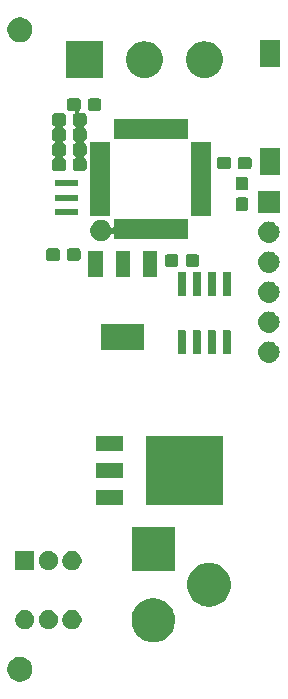
<source format=gbr>
G04 #@! TF.GenerationSoftware,KiCad,Pcbnew,5.1.4*
G04 #@! TF.CreationDate,2019-09-01T18:38:05+02:00*
G04 #@! TF.ProjectId,blueled,626c7565-6c65-4642-9e6b-696361645f70,rev?*
G04 #@! TF.SameCoordinates,Original*
G04 #@! TF.FileFunction,Soldermask,Top*
G04 #@! TF.FilePolarity,Negative*
%FSLAX46Y46*%
G04 Gerber Fmt 4.6, Leading zero omitted, Abs format (unit mm)*
G04 Created by KiCad (PCBNEW 5.1.4) date 2019-09-01 18:38:05*
%MOMM*%
%LPD*%
G04 APERTURE LIST*
%ADD10C,0.100000*%
G04 APERTURE END LIST*
D10*
G36*
X142673564Y-154754889D02*
G01*
X142864833Y-154834115D01*
X142864835Y-154834116D01*
X143036973Y-154949135D01*
X143183365Y-155095527D01*
X143298385Y-155267667D01*
X143377611Y-155458936D01*
X143418000Y-155661984D01*
X143418000Y-155869016D01*
X143377611Y-156072064D01*
X143298385Y-156263333D01*
X143298384Y-156263335D01*
X143183365Y-156435473D01*
X143036973Y-156581865D01*
X142864835Y-156696884D01*
X142864834Y-156696885D01*
X142864833Y-156696885D01*
X142673564Y-156776111D01*
X142470516Y-156816500D01*
X142263484Y-156816500D01*
X142060436Y-156776111D01*
X141869167Y-156696885D01*
X141869166Y-156696885D01*
X141869165Y-156696884D01*
X141697027Y-156581865D01*
X141550635Y-156435473D01*
X141435616Y-156263335D01*
X141435615Y-156263333D01*
X141356389Y-156072064D01*
X141316000Y-155869016D01*
X141316000Y-155661984D01*
X141356389Y-155458936D01*
X141435615Y-155267667D01*
X141550635Y-155095527D01*
X141697027Y-154949135D01*
X141869165Y-154834116D01*
X141869167Y-154834115D01*
X142060436Y-154754889D01*
X142263484Y-154714500D01*
X142470516Y-154714500D01*
X142673564Y-154754889D01*
X142673564Y-154754889D01*
G37*
G36*
X154007869Y-149785443D02*
G01*
X154209917Y-149825633D01*
X154349448Y-149883429D01*
X154546776Y-149965164D01*
X154849943Y-150167734D01*
X155107766Y-150425557D01*
X155310336Y-150728724D01*
X155355404Y-150837529D01*
X155449867Y-151065583D01*
X155471214Y-151172900D01*
X155500645Y-151320858D01*
X155521000Y-151423192D01*
X155521000Y-151787808D01*
X155449867Y-152145417D01*
X155431607Y-152189501D01*
X155310336Y-152482276D01*
X155107766Y-152785443D01*
X154849943Y-153043266D01*
X154546776Y-153245836D01*
X154349448Y-153327571D01*
X154209917Y-153385367D01*
X154031112Y-153420934D01*
X153852309Y-153456500D01*
X153487691Y-153456500D01*
X153308888Y-153420934D01*
X153130083Y-153385367D01*
X152990552Y-153327571D01*
X152793224Y-153245836D01*
X152490057Y-153043266D01*
X152232234Y-152785443D01*
X152029664Y-152482276D01*
X151908393Y-152189501D01*
X151890133Y-152145417D01*
X151819000Y-151787808D01*
X151819000Y-151423192D01*
X151839356Y-151320858D01*
X151868786Y-151172900D01*
X151890133Y-151065583D01*
X151984596Y-150837529D01*
X152029664Y-150728724D01*
X152232234Y-150425557D01*
X152490057Y-150167734D01*
X152793224Y-149965164D01*
X152990552Y-149883429D01*
X153130083Y-149825633D01*
X153332131Y-149785443D01*
X153487691Y-149754500D01*
X153852309Y-149754500D01*
X154007869Y-149785443D01*
X154007869Y-149785443D01*
G37*
G36*
X145017142Y-150776242D02*
G01*
X145165101Y-150837529D01*
X145298255Y-150926499D01*
X145411501Y-151039745D01*
X145500471Y-151172899D01*
X145561758Y-151320858D01*
X145593000Y-151477925D01*
X145593000Y-151638075D01*
X145561758Y-151795142D01*
X145500471Y-151943101D01*
X145411501Y-152076255D01*
X145298255Y-152189501D01*
X145165101Y-152278471D01*
X145017142Y-152339758D01*
X144860075Y-152371000D01*
X144699925Y-152371000D01*
X144542858Y-152339758D01*
X144394899Y-152278471D01*
X144261745Y-152189501D01*
X144148499Y-152076255D01*
X144059529Y-151943101D01*
X143998242Y-151795142D01*
X143967000Y-151638075D01*
X143967000Y-151477925D01*
X143998242Y-151320858D01*
X144059529Y-151172899D01*
X144148499Y-151039745D01*
X144261745Y-150926499D01*
X144394899Y-150837529D01*
X144542858Y-150776242D01*
X144699925Y-150745000D01*
X144860075Y-150745000D01*
X145017142Y-150776242D01*
X145017142Y-150776242D01*
G37*
G36*
X147017142Y-150776242D02*
G01*
X147165101Y-150837529D01*
X147298255Y-150926499D01*
X147411501Y-151039745D01*
X147500471Y-151172899D01*
X147561758Y-151320858D01*
X147593000Y-151477925D01*
X147593000Y-151638075D01*
X147561758Y-151795142D01*
X147500471Y-151943101D01*
X147411501Y-152076255D01*
X147298255Y-152189501D01*
X147165101Y-152278471D01*
X147017142Y-152339758D01*
X146860075Y-152371000D01*
X146699925Y-152371000D01*
X146542858Y-152339758D01*
X146394899Y-152278471D01*
X146261745Y-152189501D01*
X146148499Y-152076255D01*
X146059529Y-151943101D01*
X145998242Y-151795142D01*
X145967000Y-151638075D01*
X145967000Y-151477925D01*
X145998242Y-151320858D01*
X146059529Y-151172899D01*
X146148499Y-151039745D01*
X146261745Y-150926499D01*
X146394899Y-150837529D01*
X146542858Y-150776242D01*
X146699925Y-150745000D01*
X146860075Y-150745000D01*
X147017142Y-150776242D01*
X147017142Y-150776242D01*
G37*
G36*
X143017142Y-150776242D02*
G01*
X143165101Y-150837529D01*
X143298255Y-150926499D01*
X143411501Y-151039745D01*
X143500471Y-151172899D01*
X143561758Y-151320858D01*
X143593000Y-151477925D01*
X143593000Y-151638075D01*
X143561758Y-151795142D01*
X143500471Y-151943101D01*
X143411501Y-152076255D01*
X143298255Y-152189501D01*
X143165101Y-152278471D01*
X143017142Y-152339758D01*
X142860075Y-152371000D01*
X142699925Y-152371000D01*
X142542858Y-152339758D01*
X142394899Y-152278471D01*
X142261745Y-152189501D01*
X142148499Y-152076255D01*
X142059529Y-151943101D01*
X141998242Y-151795142D01*
X141967000Y-151638075D01*
X141967000Y-151477925D01*
X141998242Y-151320858D01*
X142059529Y-151172899D01*
X142148499Y-151039745D01*
X142261745Y-150926499D01*
X142394899Y-150837529D01*
X142542858Y-150776242D01*
X142699925Y-150745000D01*
X142860075Y-150745000D01*
X143017142Y-150776242D01*
X143017142Y-150776242D01*
G37*
G36*
X158731113Y-146790067D02*
G01*
X158909917Y-146825633D01*
X159049448Y-146883429D01*
X159246776Y-146965164D01*
X159549943Y-147167734D01*
X159807766Y-147425557D01*
X160010336Y-147728724D01*
X160149867Y-148065584D01*
X160221000Y-148423191D01*
X160221000Y-148787809D01*
X160149867Y-149145416D01*
X160010336Y-149482276D01*
X159807766Y-149785443D01*
X159549943Y-150043266D01*
X159246776Y-150245836D01*
X159049448Y-150327571D01*
X158909917Y-150385367D01*
X158731112Y-150420934D01*
X158552309Y-150456500D01*
X158187691Y-150456500D01*
X158008888Y-150420934D01*
X157830083Y-150385367D01*
X157690552Y-150327571D01*
X157493224Y-150245836D01*
X157190057Y-150043266D01*
X156932234Y-149785443D01*
X156729664Y-149482276D01*
X156590133Y-149145416D01*
X156519000Y-148787809D01*
X156519000Y-148423191D01*
X156590133Y-148065584D01*
X156729664Y-147728724D01*
X156932234Y-147425557D01*
X157190057Y-147167734D01*
X157493224Y-146965164D01*
X157690552Y-146883429D01*
X157830083Y-146825633D01*
X158008887Y-146790067D01*
X158187691Y-146754500D01*
X158552309Y-146754500D01*
X158731113Y-146790067D01*
X158731113Y-146790067D01*
G37*
G36*
X155521000Y-147456500D02*
G01*
X151819000Y-147456500D01*
X151819000Y-143754500D01*
X155521000Y-143754500D01*
X155521000Y-147456500D01*
X155521000Y-147456500D01*
G37*
G36*
X147017142Y-145776242D02*
G01*
X147165101Y-145837529D01*
X147298255Y-145926499D01*
X147411501Y-146039745D01*
X147500471Y-146172899D01*
X147561758Y-146320858D01*
X147593000Y-146477925D01*
X147593000Y-146638075D01*
X147561758Y-146795142D01*
X147500471Y-146943101D01*
X147411501Y-147076255D01*
X147298255Y-147189501D01*
X147165101Y-147278471D01*
X147017142Y-147339758D01*
X146860075Y-147371000D01*
X146699925Y-147371000D01*
X146542858Y-147339758D01*
X146394899Y-147278471D01*
X146261745Y-147189501D01*
X146148499Y-147076255D01*
X146059529Y-146943101D01*
X145998242Y-146795142D01*
X145967000Y-146638075D01*
X145967000Y-146477925D01*
X145998242Y-146320858D01*
X146059529Y-146172899D01*
X146148499Y-146039745D01*
X146261745Y-145926499D01*
X146394899Y-145837529D01*
X146542858Y-145776242D01*
X146699925Y-145745000D01*
X146860075Y-145745000D01*
X147017142Y-145776242D01*
X147017142Y-145776242D01*
G37*
G36*
X143593000Y-147371000D02*
G01*
X141967000Y-147371000D01*
X141967000Y-145745000D01*
X143593000Y-145745000D01*
X143593000Y-147371000D01*
X143593000Y-147371000D01*
G37*
G36*
X145017142Y-145776242D02*
G01*
X145165101Y-145837529D01*
X145298255Y-145926499D01*
X145411501Y-146039745D01*
X145500471Y-146172899D01*
X145561758Y-146320858D01*
X145593000Y-146477925D01*
X145593000Y-146638075D01*
X145561758Y-146795142D01*
X145500471Y-146943101D01*
X145411501Y-147076255D01*
X145298255Y-147189501D01*
X145165101Y-147278471D01*
X145017142Y-147339758D01*
X144860075Y-147371000D01*
X144699925Y-147371000D01*
X144542858Y-147339758D01*
X144394899Y-147278471D01*
X144261745Y-147189501D01*
X144148499Y-147076255D01*
X144059529Y-146943101D01*
X143998242Y-146795142D01*
X143967000Y-146638075D01*
X143967000Y-146477925D01*
X143998242Y-146320858D01*
X144059529Y-146172899D01*
X144148499Y-146039745D01*
X144261745Y-145926499D01*
X144394899Y-145837529D01*
X144542858Y-145776242D01*
X144699925Y-145745000D01*
X144860075Y-145745000D01*
X145017142Y-145776242D01*
X145017142Y-145776242D01*
G37*
G36*
X159529000Y-141889000D02*
G01*
X153027000Y-141889000D01*
X153027000Y-135987000D01*
X159529000Y-135987000D01*
X159529000Y-141889000D01*
X159529000Y-141889000D01*
G37*
G36*
X151129000Y-141869000D02*
G01*
X148827000Y-141869000D01*
X148827000Y-140567000D01*
X151129000Y-140567000D01*
X151129000Y-141869000D01*
X151129000Y-141869000D01*
G37*
G36*
X151129000Y-139589000D02*
G01*
X148827000Y-139589000D01*
X148827000Y-138287000D01*
X151129000Y-138287000D01*
X151129000Y-139589000D01*
X151129000Y-139589000D01*
G37*
G36*
X151129000Y-137309000D02*
G01*
X148827000Y-137309000D01*
X148827000Y-136007000D01*
X151129000Y-136007000D01*
X151129000Y-137309000D01*
X151129000Y-137309000D01*
G37*
G36*
X163559443Y-128010519D02*
G01*
X163625627Y-128017037D01*
X163795466Y-128068557D01*
X163951991Y-128152222D01*
X163987729Y-128181552D01*
X164089186Y-128264814D01*
X164172448Y-128366271D01*
X164201778Y-128402009D01*
X164285443Y-128558534D01*
X164336963Y-128728373D01*
X164354359Y-128905000D01*
X164336963Y-129081627D01*
X164285443Y-129251466D01*
X164201778Y-129407991D01*
X164172448Y-129443729D01*
X164089186Y-129545186D01*
X163987729Y-129628448D01*
X163951991Y-129657778D01*
X163795466Y-129741443D01*
X163625627Y-129792963D01*
X163559443Y-129799481D01*
X163493260Y-129806000D01*
X163404740Y-129806000D01*
X163338557Y-129799481D01*
X163272373Y-129792963D01*
X163102534Y-129741443D01*
X162946009Y-129657778D01*
X162910271Y-129628448D01*
X162808814Y-129545186D01*
X162725552Y-129443729D01*
X162696222Y-129407991D01*
X162612557Y-129251466D01*
X162561037Y-129081627D01*
X162543641Y-128905000D01*
X162561037Y-128728373D01*
X162612557Y-128558534D01*
X162696222Y-128402009D01*
X162725552Y-128366271D01*
X162808814Y-128264814D01*
X162910271Y-128181552D01*
X162946009Y-128152222D01*
X163102534Y-128068557D01*
X163272373Y-128017037D01*
X163338557Y-128010519D01*
X163404740Y-128004000D01*
X163493260Y-128004000D01*
X163559443Y-128010519D01*
X163559443Y-128010519D01*
G37*
G36*
X156342928Y-127054764D02*
G01*
X156364009Y-127061160D01*
X156383445Y-127071548D01*
X156400476Y-127085524D01*
X156414452Y-127102555D01*
X156424840Y-127121991D01*
X156431236Y-127143072D01*
X156434000Y-127171140D01*
X156434000Y-128984860D01*
X156431236Y-129012928D01*
X156424840Y-129034009D01*
X156414452Y-129053445D01*
X156400476Y-129070476D01*
X156383445Y-129084452D01*
X156364009Y-129094840D01*
X156342928Y-129101236D01*
X156314860Y-129104000D01*
X155851140Y-129104000D01*
X155823072Y-129101236D01*
X155801991Y-129094840D01*
X155782555Y-129084452D01*
X155765524Y-129070476D01*
X155751548Y-129053445D01*
X155741160Y-129034009D01*
X155734764Y-129012928D01*
X155732000Y-128984860D01*
X155732000Y-127171140D01*
X155734764Y-127143072D01*
X155741160Y-127121991D01*
X155751548Y-127102555D01*
X155765524Y-127085524D01*
X155782555Y-127071548D01*
X155801991Y-127061160D01*
X155823072Y-127054764D01*
X155851140Y-127052000D01*
X156314860Y-127052000D01*
X156342928Y-127054764D01*
X156342928Y-127054764D01*
G37*
G36*
X158882928Y-127054764D02*
G01*
X158904009Y-127061160D01*
X158923445Y-127071548D01*
X158940476Y-127085524D01*
X158954452Y-127102555D01*
X158964840Y-127121991D01*
X158971236Y-127143072D01*
X158974000Y-127171140D01*
X158974000Y-128984860D01*
X158971236Y-129012928D01*
X158964840Y-129034009D01*
X158954452Y-129053445D01*
X158940476Y-129070476D01*
X158923445Y-129084452D01*
X158904009Y-129094840D01*
X158882928Y-129101236D01*
X158854860Y-129104000D01*
X158391140Y-129104000D01*
X158363072Y-129101236D01*
X158341991Y-129094840D01*
X158322555Y-129084452D01*
X158305524Y-129070476D01*
X158291548Y-129053445D01*
X158281160Y-129034009D01*
X158274764Y-129012928D01*
X158272000Y-128984860D01*
X158272000Y-127171140D01*
X158274764Y-127143072D01*
X158281160Y-127121991D01*
X158291548Y-127102555D01*
X158305524Y-127085524D01*
X158322555Y-127071548D01*
X158341991Y-127061160D01*
X158363072Y-127054764D01*
X158391140Y-127052000D01*
X158854860Y-127052000D01*
X158882928Y-127054764D01*
X158882928Y-127054764D01*
G37*
G36*
X157612928Y-127054764D02*
G01*
X157634009Y-127061160D01*
X157653445Y-127071548D01*
X157670476Y-127085524D01*
X157684452Y-127102555D01*
X157694840Y-127121991D01*
X157701236Y-127143072D01*
X157704000Y-127171140D01*
X157704000Y-128984860D01*
X157701236Y-129012928D01*
X157694840Y-129034009D01*
X157684452Y-129053445D01*
X157670476Y-129070476D01*
X157653445Y-129084452D01*
X157634009Y-129094840D01*
X157612928Y-129101236D01*
X157584860Y-129104000D01*
X157121140Y-129104000D01*
X157093072Y-129101236D01*
X157071991Y-129094840D01*
X157052555Y-129084452D01*
X157035524Y-129070476D01*
X157021548Y-129053445D01*
X157011160Y-129034009D01*
X157004764Y-129012928D01*
X157002000Y-128984860D01*
X157002000Y-127171140D01*
X157004764Y-127143072D01*
X157011160Y-127121991D01*
X157021548Y-127102555D01*
X157035524Y-127085524D01*
X157052555Y-127071548D01*
X157071991Y-127061160D01*
X157093072Y-127054764D01*
X157121140Y-127052000D01*
X157584860Y-127052000D01*
X157612928Y-127054764D01*
X157612928Y-127054764D01*
G37*
G36*
X160152928Y-127054764D02*
G01*
X160174009Y-127061160D01*
X160193445Y-127071548D01*
X160210476Y-127085524D01*
X160224452Y-127102555D01*
X160234840Y-127121991D01*
X160241236Y-127143072D01*
X160244000Y-127171140D01*
X160244000Y-128984860D01*
X160241236Y-129012928D01*
X160234840Y-129034009D01*
X160224452Y-129053445D01*
X160210476Y-129070476D01*
X160193445Y-129084452D01*
X160174009Y-129094840D01*
X160152928Y-129101236D01*
X160124860Y-129104000D01*
X159661140Y-129104000D01*
X159633072Y-129101236D01*
X159611991Y-129094840D01*
X159592555Y-129084452D01*
X159575524Y-129070476D01*
X159561548Y-129053445D01*
X159551160Y-129034009D01*
X159544764Y-129012928D01*
X159542000Y-128984860D01*
X159542000Y-127171140D01*
X159544764Y-127143072D01*
X159551160Y-127121991D01*
X159561548Y-127102555D01*
X159575524Y-127085524D01*
X159592555Y-127071548D01*
X159611991Y-127061160D01*
X159633072Y-127054764D01*
X159661140Y-127052000D01*
X160124860Y-127052000D01*
X160152928Y-127054764D01*
X160152928Y-127054764D01*
G37*
G36*
X152867500Y-128713000D02*
G01*
X149265500Y-128713000D01*
X149265500Y-126511000D01*
X152867500Y-126511000D01*
X152867500Y-128713000D01*
X152867500Y-128713000D01*
G37*
G36*
X163559442Y-125470518D02*
G01*
X163625627Y-125477037D01*
X163795466Y-125528557D01*
X163951991Y-125612222D01*
X163987729Y-125641552D01*
X164089186Y-125724814D01*
X164172448Y-125826271D01*
X164201778Y-125862009D01*
X164285443Y-126018534D01*
X164336963Y-126188373D01*
X164354359Y-126365000D01*
X164336963Y-126541627D01*
X164285443Y-126711466D01*
X164201778Y-126867991D01*
X164172448Y-126903729D01*
X164089186Y-127005186D01*
X164008322Y-127071548D01*
X163951991Y-127117778D01*
X163951989Y-127117779D01*
X163810772Y-127193262D01*
X163795466Y-127201443D01*
X163625627Y-127252963D01*
X163559443Y-127259481D01*
X163493260Y-127266000D01*
X163404740Y-127266000D01*
X163338557Y-127259481D01*
X163272373Y-127252963D01*
X163102534Y-127201443D01*
X163087229Y-127193262D01*
X162946011Y-127117779D01*
X162946009Y-127117778D01*
X162889678Y-127071548D01*
X162808814Y-127005186D01*
X162725552Y-126903729D01*
X162696222Y-126867991D01*
X162612557Y-126711466D01*
X162561037Y-126541627D01*
X162543641Y-126365000D01*
X162561037Y-126188373D01*
X162612557Y-126018534D01*
X162696222Y-125862009D01*
X162725552Y-125826271D01*
X162808814Y-125724814D01*
X162910271Y-125641552D01*
X162946009Y-125612222D01*
X163102534Y-125528557D01*
X163272373Y-125477037D01*
X163338558Y-125470518D01*
X163404740Y-125464000D01*
X163493260Y-125464000D01*
X163559442Y-125470518D01*
X163559442Y-125470518D01*
G37*
G36*
X163559443Y-122930519D02*
G01*
X163625627Y-122937037D01*
X163795466Y-122988557D01*
X163951991Y-123072222D01*
X163987729Y-123101552D01*
X164089186Y-123184814D01*
X164172448Y-123286271D01*
X164201778Y-123322009D01*
X164285443Y-123478534D01*
X164336963Y-123648373D01*
X164354359Y-123825000D01*
X164336963Y-124001627D01*
X164285443Y-124171466D01*
X164201778Y-124327991D01*
X164172448Y-124363729D01*
X164089186Y-124465186D01*
X163987729Y-124548448D01*
X163951991Y-124577778D01*
X163795466Y-124661443D01*
X163625627Y-124712963D01*
X163559443Y-124719481D01*
X163493260Y-124726000D01*
X163404740Y-124726000D01*
X163338557Y-124719481D01*
X163272373Y-124712963D01*
X163102534Y-124661443D01*
X162946009Y-124577778D01*
X162910271Y-124548448D01*
X162808814Y-124465186D01*
X162725552Y-124363729D01*
X162696222Y-124327991D01*
X162612557Y-124171466D01*
X162561037Y-124001627D01*
X162543641Y-123825000D01*
X162561037Y-123648373D01*
X162612557Y-123478534D01*
X162696222Y-123322009D01*
X162725552Y-123286271D01*
X162808814Y-123184814D01*
X162910271Y-123101552D01*
X162946009Y-123072222D01*
X163102534Y-122988557D01*
X163272373Y-122937037D01*
X163338557Y-122930519D01*
X163404740Y-122924000D01*
X163493260Y-122924000D01*
X163559443Y-122930519D01*
X163559443Y-122930519D01*
G37*
G36*
X160152928Y-122104764D02*
G01*
X160174009Y-122111160D01*
X160193445Y-122121548D01*
X160210476Y-122135524D01*
X160224452Y-122152555D01*
X160234840Y-122171991D01*
X160241236Y-122193072D01*
X160244000Y-122221140D01*
X160244000Y-124034860D01*
X160241236Y-124062928D01*
X160234840Y-124084009D01*
X160224452Y-124103445D01*
X160210476Y-124120476D01*
X160193445Y-124134452D01*
X160174009Y-124144840D01*
X160152928Y-124151236D01*
X160124860Y-124154000D01*
X159661140Y-124154000D01*
X159633072Y-124151236D01*
X159611991Y-124144840D01*
X159592555Y-124134452D01*
X159575524Y-124120476D01*
X159561548Y-124103445D01*
X159551160Y-124084009D01*
X159544764Y-124062928D01*
X159542000Y-124034860D01*
X159542000Y-122221140D01*
X159544764Y-122193072D01*
X159551160Y-122171991D01*
X159561548Y-122152555D01*
X159575524Y-122135524D01*
X159592555Y-122121548D01*
X159611991Y-122111160D01*
X159633072Y-122104764D01*
X159661140Y-122102000D01*
X160124860Y-122102000D01*
X160152928Y-122104764D01*
X160152928Y-122104764D01*
G37*
G36*
X158882928Y-122104764D02*
G01*
X158904009Y-122111160D01*
X158923445Y-122121548D01*
X158940476Y-122135524D01*
X158954452Y-122152555D01*
X158964840Y-122171991D01*
X158971236Y-122193072D01*
X158974000Y-122221140D01*
X158974000Y-124034860D01*
X158971236Y-124062928D01*
X158964840Y-124084009D01*
X158954452Y-124103445D01*
X158940476Y-124120476D01*
X158923445Y-124134452D01*
X158904009Y-124144840D01*
X158882928Y-124151236D01*
X158854860Y-124154000D01*
X158391140Y-124154000D01*
X158363072Y-124151236D01*
X158341991Y-124144840D01*
X158322555Y-124134452D01*
X158305524Y-124120476D01*
X158291548Y-124103445D01*
X158281160Y-124084009D01*
X158274764Y-124062928D01*
X158272000Y-124034860D01*
X158272000Y-122221140D01*
X158274764Y-122193072D01*
X158281160Y-122171991D01*
X158291548Y-122152555D01*
X158305524Y-122135524D01*
X158322555Y-122121548D01*
X158341991Y-122111160D01*
X158363072Y-122104764D01*
X158391140Y-122102000D01*
X158854860Y-122102000D01*
X158882928Y-122104764D01*
X158882928Y-122104764D01*
G37*
G36*
X157612928Y-122104764D02*
G01*
X157634009Y-122111160D01*
X157653445Y-122121548D01*
X157670476Y-122135524D01*
X157684452Y-122152555D01*
X157694840Y-122171991D01*
X157701236Y-122193072D01*
X157704000Y-122221140D01*
X157704000Y-124034860D01*
X157701236Y-124062928D01*
X157694840Y-124084009D01*
X157684452Y-124103445D01*
X157670476Y-124120476D01*
X157653445Y-124134452D01*
X157634009Y-124144840D01*
X157612928Y-124151236D01*
X157584860Y-124154000D01*
X157121140Y-124154000D01*
X157093072Y-124151236D01*
X157071991Y-124144840D01*
X157052555Y-124134452D01*
X157035524Y-124120476D01*
X157021548Y-124103445D01*
X157011160Y-124084009D01*
X157004764Y-124062928D01*
X157002000Y-124034860D01*
X157002000Y-122221140D01*
X157004764Y-122193072D01*
X157011160Y-122171991D01*
X157021548Y-122152555D01*
X157035524Y-122135524D01*
X157052555Y-122121548D01*
X157071991Y-122111160D01*
X157093072Y-122104764D01*
X157121140Y-122102000D01*
X157584860Y-122102000D01*
X157612928Y-122104764D01*
X157612928Y-122104764D01*
G37*
G36*
X156342928Y-122104764D02*
G01*
X156364009Y-122111160D01*
X156383445Y-122121548D01*
X156400476Y-122135524D01*
X156414452Y-122152555D01*
X156424840Y-122171991D01*
X156431236Y-122193072D01*
X156434000Y-122221140D01*
X156434000Y-124034860D01*
X156431236Y-124062928D01*
X156424840Y-124084009D01*
X156414452Y-124103445D01*
X156400476Y-124120476D01*
X156383445Y-124134452D01*
X156364009Y-124144840D01*
X156342928Y-124151236D01*
X156314860Y-124154000D01*
X155851140Y-124154000D01*
X155823072Y-124151236D01*
X155801991Y-124144840D01*
X155782555Y-124134452D01*
X155765524Y-124120476D01*
X155751548Y-124103445D01*
X155741160Y-124084009D01*
X155734764Y-124062928D01*
X155732000Y-124034860D01*
X155732000Y-122221140D01*
X155734764Y-122193072D01*
X155741160Y-122171991D01*
X155751548Y-122152555D01*
X155765524Y-122135524D01*
X155782555Y-122121548D01*
X155801991Y-122111160D01*
X155823072Y-122104764D01*
X155851140Y-122102000D01*
X156314860Y-122102000D01*
X156342928Y-122104764D01*
X156342928Y-122104764D01*
G37*
G36*
X153967500Y-122513000D02*
G01*
X152765500Y-122513000D01*
X152765500Y-120311000D01*
X153967500Y-120311000D01*
X153967500Y-122513000D01*
X153967500Y-122513000D01*
G37*
G36*
X151667500Y-122513000D02*
G01*
X150465500Y-122513000D01*
X150465500Y-120311000D01*
X151667500Y-120311000D01*
X151667500Y-122513000D01*
X151667500Y-122513000D01*
G37*
G36*
X149367500Y-122513000D02*
G01*
X148165500Y-122513000D01*
X148165500Y-120311000D01*
X149367500Y-120311000D01*
X149367500Y-122513000D01*
X149367500Y-122513000D01*
G37*
G36*
X163559443Y-120390519D02*
G01*
X163625627Y-120397037D01*
X163795466Y-120448557D01*
X163951991Y-120532222D01*
X163987729Y-120561552D01*
X164089186Y-120644814D01*
X164152075Y-120721446D01*
X164201778Y-120782009D01*
X164285443Y-120938534D01*
X164336963Y-121108373D01*
X164354359Y-121285000D01*
X164336963Y-121461627D01*
X164285443Y-121631466D01*
X164201778Y-121787991D01*
X164172448Y-121823729D01*
X164089186Y-121925186D01*
X163987729Y-122008448D01*
X163951991Y-122037778D01*
X163951989Y-122037779D01*
X163825533Y-122105372D01*
X163795466Y-122121443D01*
X163625627Y-122172963D01*
X163559442Y-122179482D01*
X163493260Y-122186000D01*
X163404740Y-122186000D01*
X163338558Y-122179482D01*
X163272373Y-122172963D01*
X163102534Y-122121443D01*
X163072468Y-122105372D01*
X162946011Y-122037779D01*
X162946009Y-122037778D01*
X162910271Y-122008448D01*
X162808814Y-121925186D01*
X162725552Y-121823729D01*
X162696222Y-121787991D01*
X162612557Y-121631466D01*
X162561037Y-121461627D01*
X162543641Y-121285000D01*
X162561037Y-121108373D01*
X162612557Y-120938534D01*
X162696222Y-120782009D01*
X162745925Y-120721446D01*
X162808814Y-120644814D01*
X162910271Y-120561552D01*
X162946009Y-120532222D01*
X163102534Y-120448557D01*
X163272373Y-120397037D01*
X163338557Y-120390519D01*
X163404740Y-120384000D01*
X163493260Y-120384000D01*
X163559443Y-120390519D01*
X163559443Y-120390519D01*
G37*
G36*
X155636499Y-120636445D02*
G01*
X155673995Y-120647820D01*
X155708554Y-120666292D01*
X155738847Y-120691153D01*
X155763708Y-120721446D01*
X155782180Y-120756005D01*
X155793555Y-120793501D01*
X155798000Y-120838638D01*
X155798000Y-121477362D01*
X155793555Y-121522499D01*
X155782180Y-121559995D01*
X155763708Y-121594554D01*
X155738847Y-121624847D01*
X155708554Y-121649708D01*
X155673995Y-121668180D01*
X155636499Y-121679555D01*
X155591362Y-121684000D01*
X154852638Y-121684000D01*
X154807501Y-121679555D01*
X154770005Y-121668180D01*
X154735446Y-121649708D01*
X154705153Y-121624847D01*
X154680292Y-121594554D01*
X154661820Y-121559995D01*
X154650445Y-121522499D01*
X154646000Y-121477362D01*
X154646000Y-120838638D01*
X154650445Y-120793501D01*
X154661820Y-120756005D01*
X154680292Y-120721446D01*
X154705153Y-120691153D01*
X154735446Y-120666292D01*
X154770005Y-120647820D01*
X154807501Y-120636445D01*
X154852638Y-120632000D01*
X155591362Y-120632000D01*
X155636499Y-120636445D01*
X155636499Y-120636445D01*
G37*
G36*
X157386499Y-120636445D02*
G01*
X157423995Y-120647820D01*
X157458554Y-120666292D01*
X157488847Y-120691153D01*
X157513708Y-120721446D01*
X157532180Y-120756005D01*
X157543555Y-120793501D01*
X157548000Y-120838638D01*
X157548000Y-121477362D01*
X157543555Y-121522499D01*
X157532180Y-121559995D01*
X157513708Y-121594554D01*
X157488847Y-121624847D01*
X157458554Y-121649708D01*
X157423995Y-121668180D01*
X157386499Y-121679555D01*
X157341362Y-121684000D01*
X156602638Y-121684000D01*
X156557501Y-121679555D01*
X156520005Y-121668180D01*
X156485446Y-121649708D01*
X156455153Y-121624847D01*
X156430292Y-121594554D01*
X156411820Y-121559995D01*
X156400445Y-121522499D01*
X156396000Y-121477362D01*
X156396000Y-120838638D01*
X156400445Y-120793501D01*
X156411820Y-120756005D01*
X156430292Y-120721446D01*
X156455153Y-120691153D01*
X156485446Y-120666292D01*
X156520005Y-120647820D01*
X156557501Y-120636445D01*
X156602638Y-120632000D01*
X157341362Y-120632000D01*
X157386499Y-120636445D01*
X157386499Y-120636445D01*
G37*
G36*
X145589499Y-120128445D02*
G01*
X145626995Y-120139820D01*
X145661554Y-120158292D01*
X145691847Y-120183153D01*
X145716708Y-120213446D01*
X145735180Y-120248005D01*
X145746555Y-120285501D01*
X145751000Y-120330638D01*
X145751000Y-120969362D01*
X145746555Y-121014499D01*
X145735180Y-121051995D01*
X145716708Y-121086554D01*
X145691847Y-121116847D01*
X145661554Y-121141708D01*
X145626995Y-121160180D01*
X145589499Y-121171555D01*
X145544362Y-121176000D01*
X144805638Y-121176000D01*
X144760501Y-121171555D01*
X144723005Y-121160180D01*
X144688446Y-121141708D01*
X144658153Y-121116847D01*
X144633292Y-121086554D01*
X144614820Y-121051995D01*
X144603445Y-121014499D01*
X144599000Y-120969362D01*
X144599000Y-120330638D01*
X144603445Y-120285501D01*
X144614820Y-120248005D01*
X144633292Y-120213446D01*
X144658153Y-120183153D01*
X144688446Y-120158292D01*
X144723005Y-120139820D01*
X144760501Y-120128445D01*
X144805638Y-120124000D01*
X145544362Y-120124000D01*
X145589499Y-120128445D01*
X145589499Y-120128445D01*
G37*
G36*
X147339499Y-120128445D02*
G01*
X147376995Y-120139820D01*
X147411554Y-120158292D01*
X147441847Y-120183153D01*
X147466708Y-120213446D01*
X147485180Y-120248005D01*
X147496555Y-120285501D01*
X147501000Y-120330638D01*
X147501000Y-120969362D01*
X147496555Y-121014499D01*
X147485180Y-121051995D01*
X147466708Y-121086554D01*
X147441847Y-121116847D01*
X147411554Y-121141708D01*
X147376995Y-121160180D01*
X147339499Y-121171555D01*
X147294362Y-121176000D01*
X146555638Y-121176000D01*
X146510501Y-121171555D01*
X146473005Y-121160180D01*
X146438446Y-121141708D01*
X146408153Y-121116847D01*
X146383292Y-121086554D01*
X146364820Y-121051995D01*
X146353445Y-121014499D01*
X146349000Y-120969362D01*
X146349000Y-120330638D01*
X146353445Y-120285501D01*
X146364820Y-120248005D01*
X146383292Y-120213446D01*
X146408153Y-120183153D01*
X146438446Y-120158292D01*
X146473005Y-120139820D01*
X146510501Y-120128445D01*
X146555638Y-120124000D01*
X147294362Y-120124000D01*
X147339499Y-120128445D01*
X147339499Y-120128445D01*
G37*
G36*
X163559442Y-117850518D02*
G01*
X163625627Y-117857037D01*
X163795466Y-117908557D01*
X163795468Y-117908558D01*
X163813409Y-117918148D01*
X163951991Y-117992222D01*
X163987729Y-118021552D01*
X164089186Y-118104814D01*
X164160093Y-118191216D01*
X164201778Y-118242009D01*
X164285443Y-118398534D01*
X164336963Y-118568373D01*
X164354359Y-118745000D01*
X164336963Y-118921627D01*
X164285443Y-119091466D01*
X164201778Y-119247991D01*
X164172448Y-119283729D01*
X164089186Y-119385186D01*
X163987729Y-119468448D01*
X163951991Y-119497778D01*
X163795466Y-119581443D01*
X163625627Y-119632963D01*
X163559443Y-119639481D01*
X163493260Y-119646000D01*
X163404740Y-119646000D01*
X163338557Y-119639481D01*
X163272373Y-119632963D01*
X163102534Y-119581443D01*
X162946009Y-119497778D01*
X162910271Y-119468448D01*
X162808814Y-119385186D01*
X162725552Y-119283729D01*
X162696222Y-119247991D01*
X162612557Y-119091466D01*
X162561037Y-118921627D01*
X162543641Y-118745000D01*
X162561037Y-118568373D01*
X162612557Y-118398534D01*
X162696222Y-118242009D01*
X162737907Y-118191216D01*
X162808814Y-118104814D01*
X162910271Y-118021552D01*
X162946009Y-117992222D01*
X163084591Y-117918148D01*
X163102532Y-117908558D01*
X163102534Y-117908557D01*
X163272373Y-117857037D01*
X163338558Y-117850518D01*
X163404740Y-117844000D01*
X163493260Y-117844000D01*
X163559442Y-117850518D01*
X163559442Y-117850518D01*
G37*
G36*
X156560800Y-119333000D02*
G01*
X150308800Y-119333000D01*
X150308800Y-118984313D01*
X150306398Y-118959927D01*
X150299285Y-118936478D01*
X150287734Y-118914867D01*
X150272189Y-118895925D01*
X150253247Y-118880380D01*
X150231636Y-118868829D01*
X150208187Y-118861716D01*
X150183801Y-118859314D01*
X150159415Y-118861716D01*
X150135966Y-118868829D01*
X150114355Y-118880380D01*
X150095413Y-118895925D01*
X150079868Y-118914867D01*
X150068322Y-118936468D01*
X150023456Y-119044784D01*
X149924853Y-119192354D01*
X149799354Y-119317853D01*
X149651784Y-119416456D01*
X149487812Y-119484376D01*
X149338512Y-119514073D01*
X149313742Y-119519000D01*
X149136258Y-119519000D01*
X149111488Y-119514073D01*
X148962188Y-119484376D01*
X148798216Y-119416456D01*
X148650646Y-119317853D01*
X148525147Y-119192354D01*
X148426544Y-119044784D01*
X148358624Y-118880812D01*
X148324000Y-118706741D01*
X148324000Y-118529259D01*
X148358624Y-118355188D01*
X148426544Y-118191216D01*
X148525147Y-118043646D01*
X148650646Y-117918147D01*
X148798216Y-117819544D01*
X148962188Y-117751624D01*
X149111488Y-117721927D01*
X149136258Y-117717000D01*
X149313742Y-117717000D01*
X149338512Y-117721927D01*
X149487812Y-117751624D01*
X149651784Y-117819544D01*
X149799354Y-117918147D01*
X149924853Y-118043646D01*
X150023456Y-118191216D01*
X150068322Y-118299532D01*
X150079868Y-118321133D01*
X150095413Y-118340075D01*
X150114355Y-118355620D01*
X150135966Y-118367171D01*
X150159415Y-118374284D01*
X150183801Y-118376686D01*
X150208187Y-118374284D01*
X150231636Y-118367171D01*
X150253247Y-118355620D01*
X150272189Y-118340075D01*
X150287734Y-118321133D01*
X150299285Y-118299522D01*
X150306398Y-118276073D01*
X150308800Y-118251687D01*
X150308800Y-117631000D01*
X156560800Y-117631000D01*
X156560800Y-119333000D01*
X156560800Y-119333000D01*
G37*
G36*
X158535800Y-117358000D02*
G01*
X156833800Y-117358000D01*
X156833800Y-111106000D01*
X158535800Y-111106000D01*
X158535800Y-117358000D01*
X158535800Y-117358000D01*
G37*
G36*
X150035800Y-117358000D02*
G01*
X148333800Y-117358000D01*
X148333800Y-111106000D01*
X150035800Y-111106000D01*
X150035800Y-117358000D01*
X150035800Y-117358000D01*
G37*
G36*
X147305000Y-117275000D02*
G01*
X145303000Y-117275000D01*
X145303000Y-116773000D01*
X147305000Y-116773000D01*
X147305000Y-117275000D01*
X147305000Y-117275000D01*
G37*
G36*
X164350000Y-117106000D02*
G01*
X162548000Y-117106000D01*
X162548000Y-115304000D01*
X164350000Y-115304000D01*
X164350000Y-117106000D01*
X164350000Y-117106000D01*
G37*
G36*
X161527499Y-115809945D02*
G01*
X161564995Y-115821320D01*
X161599554Y-115839792D01*
X161629847Y-115864653D01*
X161654708Y-115894946D01*
X161673180Y-115929505D01*
X161684555Y-115967001D01*
X161689000Y-116012138D01*
X161689000Y-116750862D01*
X161684555Y-116795999D01*
X161673180Y-116833495D01*
X161654708Y-116868054D01*
X161629847Y-116898347D01*
X161599554Y-116923208D01*
X161564995Y-116941680D01*
X161527499Y-116953055D01*
X161482362Y-116957500D01*
X160843638Y-116957500D01*
X160798501Y-116953055D01*
X160761005Y-116941680D01*
X160726446Y-116923208D01*
X160696153Y-116898347D01*
X160671292Y-116868054D01*
X160652820Y-116833495D01*
X160641445Y-116795999D01*
X160637000Y-116750862D01*
X160637000Y-116012138D01*
X160641445Y-115967001D01*
X160652820Y-115929505D01*
X160671292Y-115894946D01*
X160696153Y-115864653D01*
X160726446Y-115839792D01*
X160761005Y-115821320D01*
X160798501Y-115809945D01*
X160843638Y-115805500D01*
X161482362Y-115805500D01*
X161527499Y-115809945D01*
X161527499Y-115809945D01*
G37*
G36*
X147305000Y-116075000D02*
G01*
X145303000Y-116075000D01*
X145303000Y-115573000D01*
X147305000Y-115573000D01*
X147305000Y-116075000D01*
X147305000Y-116075000D01*
G37*
G36*
X161527499Y-114059945D02*
G01*
X161564995Y-114071320D01*
X161599554Y-114089792D01*
X161629847Y-114114653D01*
X161654708Y-114144946D01*
X161673180Y-114179505D01*
X161684555Y-114217001D01*
X161689000Y-114262138D01*
X161689000Y-115000862D01*
X161684555Y-115045999D01*
X161673180Y-115083495D01*
X161654708Y-115118054D01*
X161629847Y-115148347D01*
X161599554Y-115173208D01*
X161564995Y-115191680D01*
X161527499Y-115203055D01*
X161482362Y-115207500D01*
X160843638Y-115207500D01*
X160798501Y-115203055D01*
X160761005Y-115191680D01*
X160726446Y-115173208D01*
X160696153Y-115148347D01*
X160671292Y-115118054D01*
X160652820Y-115083495D01*
X160641445Y-115045999D01*
X160637000Y-115000862D01*
X160637000Y-114262138D01*
X160641445Y-114217001D01*
X160652820Y-114179505D01*
X160671292Y-114144946D01*
X160696153Y-114114653D01*
X160726446Y-114089792D01*
X160761005Y-114071320D01*
X160798501Y-114059945D01*
X160843638Y-114055500D01*
X161482362Y-114055500D01*
X161527499Y-114059945D01*
X161527499Y-114059945D01*
G37*
G36*
X147305000Y-114875000D02*
G01*
X145303000Y-114875000D01*
X145303000Y-114373000D01*
X147305000Y-114373000D01*
X147305000Y-114875000D01*
X147305000Y-114875000D01*
G37*
G36*
X164427000Y-113917000D02*
G01*
X162725000Y-113917000D01*
X162725000Y-111635000D01*
X164427000Y-111635000D01*
X164427000Y-113917000D01*
X164427000Y-113917000D01*
G37*
G36*
X146097499Y-108698445D02*
G01*
X146134995Y-108709820D01*
X146169554Y-108728292D01*
X146199847Y-108753153D01*
X146224708Y-108783446D01*
X146243180Y-108818005D01*
X146254555Y-108855501D01*
X146259000Y-108900638D01*
X146259000Y-109539362D01*
X146254555Y-109584499D01*
X146243180Y-109621995D01*
X146224708Y-109656554D01*
X146199847Y-109686847D01*
X146169554Y-109711708D01*
X146134999Y-109730178D01*
X146117840Y-109735383D01*
X146095202Y-109744761D01*
X146074827Y-109758375D01*
X146057500Y-109775702D01*
X146043887Y-109796076D01*
X146034509Y-109818715D01*
X146029729Y-109842748D01*
X146029729Y-109867252D01*
X146034509Y-109891286D01*
X146043887Y-109913924D01*
X146057501Y-109934299D01*
X146074828Y-109951626D01*
X146095202Y-109965239D01*
X146117840Y-109974617D01*
X146134999Y-109979822D01*
X146169554Y-109998292D01*
X146199847Y-110023153D01*
X146224708Y-110053446D01*
X146243180Y-110088005D01*
X146254555Y-110125501D01*
X146259000Y-110170638D01*
X146259000Y-110809362D01*
X146254555Y-110854499D01*
X146243180Y-110891995D01*
X146224708Y-110926554D01*
X146199847Y-110956847D01*
X146169554Y-110981708D01*
X146134999Y-111000178D01*
X146117840Y-111005383D01*
X146095202Y-111014761D01*
X146074827Y-111028375D01*
X146057500Y-111045702D01*
X146043887Y-111066076D01*
X146034509Y-111088715D01*
X146029729Y-111112748D01*
X146029729Y-111137252D01*
X146034509Y-111161286D01*
X146043887Y-111183924D01*
X146057501Y-111204299D01*
X146074828Y-111221626D01*
X146095202Y-111235239D01*
X146117840Y-111244617D01*
X146134999Y-111249822D01*
X146169554Y-111268292D01*
X146199847Y-111293153D01*
X146224708Y-111323446D01*
X146243180Y-111358005D01*
X146254555Y-111395501D01*
X146259000Y-111440638D01*
X146259000Y-112079362D01*
X146254555Y-112124499D01*
X146243180Y-112161995D01*
X146224708Y-112196554D01*
X146199847Y-112226847D01*
X146169554Y-112251708D01*
X146134999Y-112270178D01*
X146117840Y-112275383D01*
X146095202Y-112284761D01*
X146074827Y-112298375D01*
X146057500Y-112315702D01*
X146043887Y-112336076D01*
X146034509Y-112358715D01*
X146029729Y-112382748D01*
X146029729Y-112407252D01*
X146034509Y-112431286D01*
X146043887Y-112453924D01*
X146057501Y-112474299D01*
X146074828Y-112491626D01*
X146095202Y-112505239D01*
X146117840Y-112514617D01*
X146134999Y-112519822D01*
X146169554Y-112538292D01*
X146199847Y-112563153D01*
X146224708Y-112593446D01*
X146243180Y-112628005D01*
X146254555Y-112665501D01*
X146259000Y-112710638D01*
X146259000Y-113349362D01*
X146254555Y-113394499D01*
X146243180Y-113431995D01*
X146224708Y-113466554D01*
X146199847Y-113496847D01*
X146169554Y-113521708D01*
X146134995Y-113540180D01*
X146097499Y-113551555D01*
X146052362Y-113556000D01*
X145313638Y-113556000D01*
X145268501Y-113551555D01*
X145231005Y-113540180D01*
X145196446Y-113521708D01*
X145166153Y-113496847D01*
X145141292Y-113466554D01*
X145122820Y-113431995D01*
X145111445Y-113394499D01*
X145107000Y-113349362D01*
X145107000Y-112710638D01*
X145111445Y-112665501D01*
X145122820Y-112628005D01*
X145141292Y-112593446D01*
X145166153Y-112563153D01*
X145196446Y-112538292D01*
X145231001Y-112519822D01*
X145248160Y-112514617D01*
X145270798Y-112505239D01*
X145291173Y-112491625D01*
X145308500Y-112474298D01*
X145322113Y-112453924D01*
X145331491Y-112431285D01*
X145336271Y-112407252D01*
X145336271Y-112382748D01*
X145331491Y-112358714D01*
X145322113Y-112336076D01*
X145308499Y-112315701D01*
X145291172Y-112298374D01*
X145270798Y-112284761D01*
X145248160Y-112275383D01*
X145231001Y-112270178D01*
X145196446Y-112251708D01*
X145166153Y-112226847D01*
X145141292Y-112196554D01*
X145122820Y-112161995D01*
X145111445Y-112124499D01*
X145107000Y-112079362D01*
X145107000Y-111440638D01*
X145111445Y-111395501D01*
X145122820Y-111358005D01*
X145141292Y-111323446D01*
X145166153Y-111293153D01*
X145196446Y-111268292D01*
X145231001Y-111249822D01*
X145248160Y-111244617D01*
X145270798Y-111235239D01*
X145291173Y-111221625D01*
X145308500Y-111204298D01*
X145322113Y-111183924D01*
X145331491Y-111161285D01*
X145336271Y-111137252D01*
X145336271Y-111112748D01*
X145331491Y-111088714D01*
X145322113Y-111066076D01*
X145308499Y-111045701D01*
X145291172Y-111028374D01*
X145270798Y-111014761D01*
X145248160Y-111005383D01*
X145231001Y-111000178D01*
X145196446Y-110981708D01*
X145166153Y-110956847D01*
X145141292Y-110926554D01*
X145122820Y-110891995D01*
X145111445Y-110854499D01*
X145107000Y-110809362D01*
X145107000Y-110170638D01*
X145111445Y-110125501D01*
X145122820Y-110088005D01*
X145141292Y-110053446D01*
X145166153Y-110023153D01*
X145196446Y-109998292D01*
X145231001Y-109979822D01*
X145248160Y-109974617D01*
X145270798Y-109965239D01*
X145291173Y-109951625D01*
X145308500Y-109934298D01*
X145322113Y-109913924D01*
X145331491Y-109891285D01*
X145336271Y-109867252D01*
X145336271Y-109842748D01*
X145331491Y-109818714D01*
X145322113Y-109796076D01*
X145308499Y-109775701D01*
X145291172Y-109758374D01*
X145270798Y-109744761D01*
X145248160Y-109735383D01*
X145231001Y-109730178D01*
X145196446Y-109711708D01*
X145166153Y-109686847D01*
X145141292Y-109656554D01*
X145122820Y-109621995D01*
X145111445Y-109584499D01*
X145107000Y-109539362D01*
X145107000Y-108900638D01*
X145111445Y-108855501D01*
X145122820Y-108818005D01*
X145141292Y-108783446D01*
X145166153Y-108753153D01*
X145196446Y-108728292D01*
X145231005Y-108709820D01*
X145268501Y-108698445D01*
X145313638Y-108694000D01*
X146052362Y-108694000D01*
X146097499Y-108698445D01*
X146097499Y-108698445D01*
G37*
G36*
X147353499Y-107428445D02*
G01*
X147390995Y-107439820D01*
X147425554Y-107458292D01*
X147455847Y-107483153D01*
X147480708Y-107513446D01*
X147499180Y-107548005D01*
X147510555Y-107585501D01*
X147515000Y-107630638D01*
X147515000Y-108269362D01*
X147510555Y-108314499D01*
X147499180Y-108351995D01*
X147480708Y-108386554D01*
X147455847Y-108416847D01*
X147425554Y-108441708D01*
X147393650Y-108458761D01*
X147373275Y-108472375D01*
X147355948Y-108489702D01*
X147342334Y-108510076D01*
X147332957Y-108532715D01*
X147328176Y-108556748D01*
X147328176Y-108581252D01*
X147332956Y-108605285D01*
X147342333Y-108627924D01*
X147355947Y-108648299D01*
X147373274Y-108665626D01*
X147393648Y-108679240D01*
X147416287Y-108688617D01*
X147440320Y-108693398D01*
X147452573Y-108694000D01*
X147802362Y-108694000D01*
X147847499Y-108698445D01*
X147884995Y-108709820D01*
X147919554Y-108728292D01*
X147949847Y-108753153D01*
X147974708Y-108783446D01*
X147993180Y-108818005D01*
X148004555Y-108855501D01*
X148009000Y-108900638D01*
X148009000Y-109539362D01*
X148004555Y-109584499D01*
X147993180Y-109621995D01*
X147974708Y-109656554D01*
X147949847Y-109686847D01*
X147919554Y-109711708D01*
X147884999Y-109730178D01*
X147867840Y-109735383D01*
X147845202Y-109744761D01*
X147824827Y-109758375D01*
X147807500Y-109775702D01*
X147793887Y-109796076D01*
X147784509Y-109818715D01*
X147779729Y-109842748D01*
X147779729Y-109867252D01*
X147784509Y-109891286D01*
X147793887Y-109913924D01*
X147807501Y-109934299D01*
X147824828Y-109951626D01*
X147845202Y-109965239D01*
X147867840Y-109974617D01*
X147884999Y-109979822D01*
X147919554Y-109998292D01*
X147949847Y-110023153D01*
X147974708Y-110053446D01*
X147993180Y-110088005D01*
X148004555Y-110125501D01*
X148009000Y-110170638D01*
X148009000Y-110809362D01*
X148004555Y-110854499D01*
X147993180Y-110891995D01*
X147974708Y-110926554D01*
X147949847Y-110956847D01*
X147919554Y-110981708D01*
X147884999Y-111000178D01*
X147867840Y-111005383D01*
X147845202Y-111014761D01*
X147824827Y-111028375D01*
X147807500Y-111045702D01*
X147793887Y-111066076D01*
X147784509Y-111088715D01*
X147779729Y-111112748D01*
X147779729Y-111137252D01*
X147784509Y-111161286D01*
X147793887Y-111183924D01*
X147807501Y-111204299D01*
X147824828Y-111221626D01*
X147845202Y-111235239D01*
X147867840Y-111244617D01*
X147884999Y-111249822D01*
X147919554Y-111268292D01*
X147949847Y-111293153D01*
X147974708Y-111323446D01*
X147993180Y-111358005D01*
X148004555Y-111395501D01*
X148009000Y-111440638D01*
X148009000Y-112079362D01*
X148004555Y-112124499D01*
X147993180Y-112161995D01*
X147974708Y-112196554D01*
X147949847Y-112226847D01*
X147919554Y-112251708D01*
X147884999Y-112270178D01*
X147867840Y-112275383D01*
X147845202Y-112284761D01*
X147824827Y-112298375D01*
X147807500Y-112315702D01*
X147793887Y-112336076D01*
X147784509Y-112358715D01*
X147779729Y-112382748D01*
X147779729Y-112407252D01*
X147784509Y-112431286D01*
X147793887Y-112453924D01*
X147807501Y-112474299D01*
X147824828Y-112491626D01*
X147845202Y-112505239D01*
X147867840Y-112514617D01*
X147884999Y-112519822D01*
X147919554Y-112538292D01*
X147949847Y-112563153D01*
X147974708Y-112593446D01*
X147993180Y-112628005D01*
X148004555Y-112665501D01*
X148009000Y-112710638D01*
X148009000Y-113349362D01*
X148004555Y-113394499D01*
X147993180Y-113431995D01*
X147974708Y-113466554D01*
X147949847Y-113496847D01*
X147919554Y-113521708D01*
X147884995Y-113540180D01*
X147847499Y-113551555D01*
X147802362Y-113556000D01*
X147063638Y-113556000D01*
X147018501Y-113551555D01*
X146981005Y-113540180D01*
X146946446Y-113521708D01*
X146916153Y-113496847D01*
X146891292Y-113466554D01*
X146872820Y-113431995D01*
X146861445Y-113394499D01*
X146857000Y-113349362D01*
X146857000Y-112710638D01*
X146861445Y-112665501D01*
X146872820Y-112628005D01*
X146891292Y-112593446D01*
X146916153Y-112563153D01*
X146946446Y-112538292D01*
X146981001Y-112519822D01*
X146998160Y-112514617D01*
X147020798Y-112505239D01*
X147041173Y-112491625D01*
X147058500Y-112474298D01*
X147072113Y-112453924D01*
X147081491Y-112431285D01*
X147086271Y-112407252D01*
X147086271Y-112382748D01*
X147081491Y-112358714D01*
X147072113Y-112336076D01*
X147058499Y-112315701D01*
X147041172Y-112298374D01*
X147020798Y-112284761D01*
X146998160Y-112275383D01*
X146981001Y-112270178D01*
X146946446Y-112251708D01*
X146916153Y-112226847D01*
X146891292Y-112196554D01*
X146872820Y-112161995D01*
X146861445Y-112124499D01*
X146857000Y-112079362D01*
X146857000Y-111440638D01*
X146861445Y-111395501D01*
X146872820Y-111358005D01*
X146891292Y-111323446D01*
X146916153Y-111293153D01*
X146946446Y-111268292D01*
X146981001Y-111249822D01*
X146998160Y-111244617D01*
X147020798Y-111235239D01*
X147041173Y-111221625D01*
X147058500Y-111204298D01*
X147072113Y-111183924D01*
X147081491Y-111161285D01*
X147086271Y-111137252D01*
X147086271Y-111112748D01*
X147081491Y-111088714D01*
X147072113Y-111066076D01*
X147058499Y-111045701D01*
X147041172Y-111028374D01*
X147020798Y-111014761D01*
X146998160Y-111005383D01*
X146981001Y-111000178D01*
X146946446Y-110981708D01*
X146916153Y-110956847D01*
X146891292Y-110926554D01*
X146872820Y-110891995D01*
X146861445Y-110854499D01*
X146857000Y-110809362D01*
X146857000Y-110170638D01*
X146861445Y-110125501D01*
X146872820Y-110088005D01*
X146891292Y-110053446D01*
X146916153Y-110023153D01*
X146946446Y-109998292D01*
X146981001Y-109979822D01*
X146998160Y-109974617D01*
X147020798Y-109965239D01*
X147041173Y-109951625D01*
X147058500Y-109934298D01*
X147072113Y-109913924D01*
X147081491Y-109891285D01*
X147086271Y-109867252D01*
X147086271Y-109842748D01*
X147081491Y-109818714D01*
X147072113Y-109796076D01*
X147058499Y-109775701D01*
X147041172Y-109758374D01*
X147020798Y-109744761D01*
X146998160Y-109735383D01*
X146981001Y-109730178D01*
X146946446Y-109711708D01*
X146916153Y-109686847D01*
X146891292Y-109656554D01*
X146872820Y-109621995D01*
X146861445Y-109584499D01*
X146857000Y-109539362D01*
X146857000Y-108900638D01*
X146861445Y-108855501D01*
X146872820Y-108818005D01*
X146891292Y-108783446D01*
X146916153Y-108753153D01*
X146946446Y-108728292D01*
X146978350Y-108711239D01*
X146998725Y-108697625D01*
X147016052Y-108680298D01*
X147029666Y-108659924D01*
X147039043Y-108637285D01*
X147043824Y-108613252D01*
X147043824Y-108588748D01*
X147039044Y-108564715D01*
X147029667Y-108542076D01*
X147016053Y-108521701D01*
X146998726Y-108504374D01*
X146978352Y-108490760D01*
X146955713Y-108481383D01*
X146931680Y-108476602D01*
X146919427Y-108476000D01*
X146569638Y-108476000D01*
X146524501Y-108471555D01*
X146487005Y-108460180D01*
X146452446Y-108441708D01*
X146422153Y-108416847D01*
X146397292Y-108386554D01*
X146378820Y-108351995D01*
X146367445Y-108314499D01*
X146363000Y-108269362D01*
X146363000Y-107630638D01*
X146367445Y-107585501D01*
X146378820Y-107548005D01*
X146397292Y-107513446D01*
X146422153Y-107483153D01*
X146452446Y-107458292D01*
X146487005Y-107439820D01*
X146524501Y-107428445D01*
X146569638Y-107424000D01*
X147308362Y-107424000D01*
X147353499Y-107428445D01*
X147353499Y-107428445D01*
G37*
G36*
X161817499Y-112381445D02*
G01*
X161854995Y-112392820D01*
X161889554Y-112411292D01*
X161919847Y-112436153D01*
X161944708Y-112466446D01*
X161963180Y-112501005D01*
X161974555Y-112538501D01*
X161979000Y-112583638D01*
X161979000Y-113222362D01*
X161974555Y-113267499D01*
X161963180Y-113304995D01*
X161944708Y-113339554D01*
X161919847Y-113369847D01*
X161889554Y-113394708D01*
X161854995Y-113413180D01*
X161817499Y-113424555D01*
X161772362Y-113429000D01*
X161033638Y-113429000D01*
X160988501Y-113424555D01*
X160951005Y-113413180D01*
X160916446Y-113394708D01*
X160886153Y-113369847D01*
X160861292Y-113339554D01*
X160842820Y-113304995D01*
X160831445Y-113267499D01*
X160827000Y-113222362D01*
X160827000Y-112583638D01*
X160831445Y-112538501D01*
X160842820Y-112501005D01*
X160861292Y-112466446D01*
X160886153Y-112436153D01*
X160916446Y-112411292D01*
X160951005Y-112392820D01*
X160988501Y-112381445D01*
X161033638Y-112377000D01*
X161772362Y-112377000D01*
X161817499Y-112381445D01*
X161817499Y-112381445D01*
G37*
G36*
X160067499Y-112381445D02*
G01*
X160104995Y-112392820D01*
X160139554Y-112411292D01*
X160169847Y-112436153D01*
X160194708Y-112466446D01*
X160213180Y-112501005D01*
X160224555Y-112538501D01*
X160229000Y-112583638D01*
X160229000Y-113222362D01*
X160224555Y-113267499D01*
X160213180Y-113304995D01*
X160194708Y-113339554D01*
X160169847Y-113369847D01*
X160139554Y-113394708D01*
X160104995Y-113413180D01*
X160067499Y-113424555D01*
X160022362Y-113429000D01*
X159283638Y-113429000D01*
X159238501Y-113424555D01*
X159201005Y-113413180D01*
X159166446Y-113394708D01*
X159136153Y-113369847D01*
X159111292Y-113339554D01*
X159092820Y-113304995D01*
X159081445Y-113267499D01*
X159077000Y-113222362D01*
X159077000Y-112583638D01*
X159081445Y-112538501D01*
X159092820Y-112501005D01*
X159111292Y-112466446D01*
X159136153Y-112436153D01*
X159166446Y-112411292D01*
X159201005Y-112392820D01*
X159238501Y-112381445D01*
X159283638Y-112377000D01*
X160022362Y-112377000D01*
X160067499Y-112381445D01*
X160067499Y-112381445D01*
G37*
G36*
X156560800Y-110833000D02*
G01*
X150308800Y-110833000D01*
X150308800Y-109131000D01*
X156560800Y-109131000D01*
X156560800Y-110833000D01*
X156560800Y-110833000D01*
G37*
G36*
X149103499Y-107428445D02*
G01*
X149140995Y-107439820D01*
X149175554Y-107458292D01*
X149205847Y-107483153D01*
X149230708Y-107513446D01*
X149249180Y-107548005D01*
X149260555Y-107585501D01*
X149265000Y-107630638D01*
X149265000Y-108269362D01*
X149260555Y-108314499D01*
X149249180Y-108351995D01*
X149230708Y-108386554D01*
X149205847Y-108416847D01*
X149175554Y-108441708D01*
X149140995Y-108460180D01*
X149103499Y-108471555D01*
X149058362Y-108476000D01*
X148319638Y-108476000D01*
X148274501Y-108471555D01*
X148237005Y-108460180D01*
X148202446Y-108441708D01*
X148172153Y-108416847D01*
X148147292Y-108386554D01*
X148128820Y-108351995D01*
X148117445Y-108314499D01*
X148113000Y-108269362D01*
X148113000Y-107630638D01*
X148117445Y-107585501D01*
X148128820Y-107548005D01*
X148147292Y-107513446D01*
X148172153Y-107483153D01*
X148202446Y-107458292D01*
X148237005Y-107439820D01*
X148274501Y-107428445D01*
X148319638Y-107424000D01*
X149058362Y-107424000D01*
X149103499Y-107428445D01*
X149103499Y-107428445D01*
G37*
G36*
X149379000Y-105691000D02*
G01*
X146277000Y-105691000D01*
X146277000Y-102589000D01*
X149379000Y-102589000D01*
X149379000Y-105691000D01*
X149379000Y-105691000D01*
G37*
G36*
X153169401Y-102610610D02*
G01*
X153360410Y-102648604D01*
X153642674Y-102765521D01*
X153896705Y-102935259D01*
X154112741Y-103151295D01*
X154282479Y-103405326D01*
X154399396Y-103687590D01*
X154459000Y-103987240D01*
X154459000Y-104292760D01*
X154399396Y-104592410D01*
X154282479Y-104874674D01*
X154112741Y-105128705D01*
X153896705Y-105344741D01*
X153642674Y-105514479D01*
X153360410Y-105631396D01*
X153210585Y-105661198D01*
X153060761Y-105691000D01*
X152755239Y-105691000D01*
X152605415Y-105661198D01*
X152455590Y-105631396D01*
X152173326Y-105514479D01*
X151919295Y-105344741D01*
X151703259Y-105128705D01*
X151533521Y-104874674D01*
X151416604Y-104592410D01*
X151357000Y-104292760D01*
X151357000Y-103987240D01*
X151416604Y-103687590D01*
X151533521Y-103405326D01*
X151703259Y-103151295D01*
X151919295Y-102935259D01*
X152173326Y-102765521D01*
X152455590Y-102648604D01*
X152646599Y-102610610D01*
X152755239Y-102589000D01*
X153060761Y-102589000D01*
X153169401Y-102610610D01*
X153169401Y-102610610D01*
G37*
G36*
X158249401Y-102610610D02*
G01*
X158440410Y-102648604D01*
X158722674Y-102765521D01*
X158976705Y-102935259D01*
X159192741Y-103151295D01*
X159362479Y-103405326D01*
X159479396Y-103687590D01*
X159539000Y-103987240D01*
X159539000Y-104292760D01*
X159479396Y-104592410D01*
X159362479Y-104874674D01*
X159192741Y-105128705D01*
X158976705Y-105344741D01*
X158722674Y-105514479D01*
X158440410Y-105631396D01*
X158290585Y-105661198D01*
X158140761Y-105691000D01*
X157835239Y-105691000D01*
X157685415Y-105661198D01*
X157535590Y-105631396D01*
X157253326Y-105514479D01*
X156999295Y-105344741D01*
X156783259Y-105128705D01*
X156613521Y-104874674D01*
X156496604Y-104592410D01*
X156437000Y-104292760D01*
X156437000Y-103987240D01*
X156496604Y-103687590D01*
X156613521Y-103405326D01*
X156783259Y-103151295D01*
X156999295Y-102935259D01*
X157253326Y-102765521D01*
X157535590Y-102648604D01*
X157726599Y-102610610D01*
X157835239Y-102589000D01*
X158140761Y-102589000D01*
X158249401Y-102610610D01*
X158249401Y-102610610D01*
G37*
G36*
X164427000Y-104737000D02*
G01*
X162725000Y-104737000D01*
X162725000Y-102455000D01*
X164427000Y-102455000D01*
X164427000Y-104737000D01*
X164427000Y-104737000D01*
G37*
G36*
X142673564Y-100589389D02*
G01*
X142864833Y-100668615D01*
X142864835Y-100668616D01*
X143036973Y-100783635D01*
X143183365Y-100930027D01*
X143298385Y-101102167D01*
X143377611Y-101293436D01*
X143418000Y-101496484D01*
X143418000Y-101703516D01*
X143377611Y-101906564D01*
X143298385Y-102097833D01*
X143298384Y-102097835D01*
X143183365Y-102269973D01*
X143036973Y-102416365D01*
X142864835Y-102531384D01*
X142864834Y-102531385D01*
X142864833Y-102531385D01*
X142673564Y-102610611D01*
X142470516Y-102651000D01*
X142263484Y-102651000D01*
X142060436Y-102610611D01*
X141869167Y-102531385D01*
X141869166Y-102531385D01*
X141869165Y-102531384D01*
X141697027Y-102416365D01*
X141550635Y-102269973D01*
X141435616Y-102097835D01*
X141435615Y-102097833D01*
X141356389Y-101906564D01*
X141316000Y-101703516D01*
X141316000Y-101496484D01*
X141356389Y-101293436D01*
X141435615Y-101102167D01*
X141550635Y-100930027D01*
X141697027Y-100783635D01*
X141869165Y-100668616D01*
X141869167Y-100668615D01*
X142060436Y-100589389D01*
X142263484Y-100549000D01*
X142470516Y-100549000D01*
X142673564Y-100589389D01*
X142673564Y-100589389D01*
G37*
M02*

</source>
